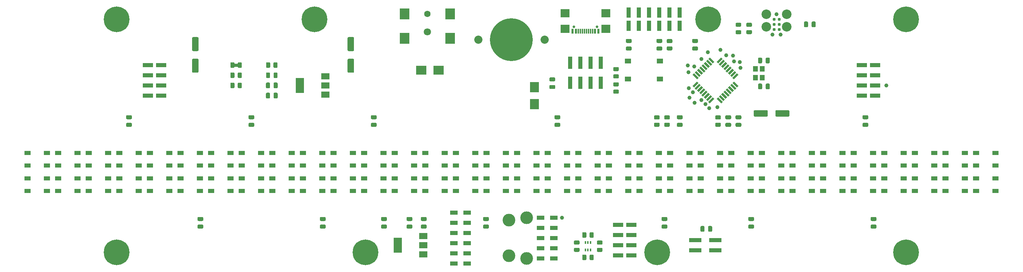
<source format=gts>
%TF.GenerationSoftware,KiCad,Pcbnew,5.1.8-db9833491~88~ubuntu20.04.1*%
%TF.CreationDate,2020-12-25T16:42:28+05:30*%
%TF.ProjectId,halo,68616c6f-2e6b-4696-9361-645f70636258,v1*%
%TF.SameCoordinates,Original*%
%TF.FileFunction,Soldermask,Top*%
%TF.FilePolarity,Negative*%
%FSLAX46Y46*%
G04 Gerber Fmt 4.6, Leading zero omitted, Abs format (unit mm)*
G04 Created by KiCad (PCBNEW 5.1.8-db9833491~88~ubuntu20.04.1) date 2020-12-25 16:42:28*
%MOMM*%
%LPD*%
G01*
G04 APERTURE LIST*
%ADD10C,2.032000*%
%ADD11C,10.668000*%
%ADD12C,6.400000*%
%ADD13C,0.800000*%
%ADD14R,2.400000X2.800000*%
%ADD15C,1.600000*%
%ADD16C,1.800000*%
%ADD17R,1.905000X1.016000*%
%ADD18C,3.175000*%
%ADD19C,0.650000*%
%ADD20R,2.180000X2.000000*%
%ADD21R,0.300000X1.150000*%
%ADD22R,0.600000X1.150000*%
%ADD23R,2.000000X3.800000*%
%ADD24R,2.000000X1.500000*%
%ADD25R,1.500000X1.000000*%
%ADD26R,2.300000X2.500000*%
%ADD27C,1.000000*%
%ADD28R,2.540000X1.016000*%
%ADD29R,1.016000X2.540000*%
%ADD30C,0.100000*%
%ADD31R,1.200000X1.400000*%
%ADD32R,3.150000X1.000000*%
%ADD33R,2.500000X2.300000*%
%ADD34C,2.374900*%
%ADD35C,0.990600*%
%ADD36C,0.787400*%
%ADD37R,1.000000X3.150000*%
%ADD38R,1.550000X1.300000*%
%ADD39R,0.420000X0.650000*%
%ADD40C,0.254000*%
G04 APERTURE END LIST*
D10*
%TO.C,J1*%
X147955000Y-68580000D03*
X131445000Y-68580000D03*
D11*
X139700000Y-68580000D03*
%TD*%
%TO.C,C29*%
G36*
G01*
X114775000Y-113850000D02*
X113825000Y-113850000D01*
G75*
G02*
X113575000Y-113600000I0J250000D01*
G01*
X113575000Y-113100000D01*
G75*
G02*
X113825000Y-112850000I250000J0D01*
G01*
X114775000Y-112850000D01*
G75*
G02*
X115025000Y-113100000I0J-250000D01*
G01*
X115025000Y-113600000D01*
G75*
G02*
X114775000Y-113850000I-250000J0D01*
G01*
G37*
G36*
G01*
X114775000Y-115750000D02*
X113825000Y-115750000D01*
G75*
G02*
X113575000Y-115500000I0J250000D01*
G01*
X113575000Y-115000000D01*
G75*
G02*
X113825000Y-114750000I250000J0D01*
G01*
X114775000Y-114750000D01*
G75*
G02*
X115025000Y-115000000I0J-250000D01*
G01*
X115025000Y-115500000D01*
G75*
G02*
X114775000Y-115750000I-250000J0D01*
G01*
G37*
%TD*%
D12*
%TO.C,SC4*%
X237998000Y-63500000D03*
D13*
X240398000Y-63500000D03*
X239695056Y-65197056D03*
X237998000Y-65900000D03*
X236300944Y-65197056D03*
X235598000Y-63500000D03*
X236300944Y-61802944D03*
X237998000Y-61100000D03*
X239695056Y-61802944D03*
%TD*%
%TO.C,C17*%
G36*
G01*
X150335000Y-79001200D02*
X149385000Y-79001200D01*
G75*
G02*
X149135000Y-78751200I0J250000D01*
G01*
X149135000Y-78251200D01*
G75*
G02*
X149385000Y-78001200I250000J0D01*
G01*
X150335000Y-78001200D01*
G75*
G02*
X150585000Y-78251200I0J-250000D01*
G01*
X150585000Y-78751200D01*
G75*
G02*
X150335000Y-79001200I-250000J0D01*
G01*
G37*
G36*
G01*
X150335000Y-80901200D02*
X149385000Y-80901200D01*
G75*
G02*
X149135000Y-80651200I0J250000D01*
G01*
X149135000Y-80151200D01*
G75*
G02*
X149385000Y-79901200I250000J0D01*
G01*
X150335000Y-79901200D01*
G75*
G02*
X150585000Y-80151200I0J-250000D01*
G01*
X150585000Y-80651200D01*
G75*
G02*
X150335000Y-80901200I-250000J0D01*
G01*
G37*
%TD*%
D14*
%TO.C,J3*%
X124445000Y-68250000D03*
X124445000Y-62150000D03*
X113045000Y-62150000D03*
X113045000Y-68250000D03*
D15*
X118745000Y-62150000D03*
D16*
X118745000Y-66650000D03*
%TD*%
D17*
%TO.C,P7*%
X150241000Y-113030000D03*
X146939000Y-115570000D03*
X150241000Y-118110000D03*
X146939000Y-120650000D03*
X150241000Y-123190000D03*
X146939000Y-123190000D03*
X150241000Y-120650000D03*
X146939000Y-118110000D03*
X150241000Y-115570000D03*
X146939000Y-113030000D03*
D18*
X139065000Y-122555000D03*
X139065000Y-113665000D03*
%TD*%
D17*
%TO.C,P5*%
X128651000Y-124460000D03*
X125349000Y-121920000D03*
X128651000Y-119380000D03*
X125349000Y-116840000D03*
X128651000Y-114300000D03*
X125349000Y-111760000D03*
X128651000Y-111760000D03*
X125349000Y-114300000D03*
X128651000Y-116840000D03*
X125349000Y-119380000D03*
X128651000Y-121920000D03*
X125349000Y-124460000D03*
D18*
X143510000Y-113030000D03*
X143510000Y-123190000D03*
%TD*%
D19*
%TO.C,J2*%
X155225000Y-65405000D03*
X161005000Y-65405000D03*
D20*
X153005000Y-61975000D03*
X163225000Y-61975000D03*
X153005000Y-65905000D03*
X163225000Y-65905000D03*
D21*
X157865000Y-66480000D03*
X158365000Y-66480000D03*
X157365000Y-66480000D03*
X158865000Y-66480000D03*
X156865000Y-66480000D03*
X159365000Y-66480000D03*
X156365000Y-66480000D03*
X159865000Y-66480000D03*
D22*
X154915000Y-66480000D03*
X155715000Y-66480000D03*
X160515000Y-66480000D03*
X161315000Y-66480000D03*
%TD*%
%TO.C,C20*%
G36*
G01*
X176055000Y-70300000D02*
X177005000Y-70300000D01*
G75*
G02*
X177255000Y-70550000I0J-250000D01*
G01*
X177255000Y-71050000D01*
G75*
G02*
X177005000Y-71300000I-250000J0D01*
G01*
X176055000Y-71300000D01*
G75*
G02*
X175805000Y-71050000I0J250000D01*
G01*
X175805000Y-70550000D01*
G75*
G02*
X176055000Y-70300000I250000J0D01*
G01*
G37*
G36*
G01*
X176055000Y-68400000D02*
X177005000Y-68400000D01*
G75*
G02*
X177255000Y-68650000I0J-250000D01*
G01*
X177255000Y-69150000D01*
G75*
G02*
X177005000Y-69400000I-250000J0D01*
G01*
X176055000Y-69400000D01*
G75*
G02*
X175805000Y-69150000I0J250000D01*
G01*
X175805000Y-68650000D01*
G75*
G02*
X176055000Y-68400000I250000J0D01*
G01*
G37*
%TD*%
D23*
%TO.C,U2*%
X87020000Y-80010000D03*
D24*
X93320000Y-80010000D03*
X93320000Y-77710000D03*
X93320000Y-82310000D03*
%TD*%
%TO.C,R8*%
G36*
G01*
X199332002Y-65386000D02*
X198431998Y-65386000D01*
G75*
G02*
X198182000Y-65136002I0J249998D01*
G01*
X198182000Y-64610998D01*
G75*
G02*
X198431998Y-64361000I249998J0D01*
G01*
X199332002Y-64361000D01*
G75*
G02*
X199582000Y-64610998I0J-249998D01*
G01*
X199582000Y-65136002D01*
G75*
G02*
X199332002Y-65386000I-249998J0D01*
G01*
G37*
G36*
G01*
X199332002Y-67211000D02*
X198431998Y-67211000D01*
G75*
G02*
X198182000Y-66961002I0J249998D01*
G01*
X198182000Y-66435998D01*
G75*
G02*
X198431998Y-66186000I249998J0D01*
G01*
X199332002Y-66186000D01*
G75*
G02*
X199582000Y-66435998I0J-249998D01*
G01*
X199582000Y-66961002D01*
G75*
G02*
X199332002Y-67211000I-249998J0D01*
G01*
G37*
%TD*%
D25*
%TO.C,D2*%
X24040000Y-106375000D03*
X24040000Y-103175000D03*
X19140000Y-106375000D03*
X19140000Y-103175000D03*
%TD*%
D26*
%TO.C,D33*%
X145415000Y-80400000D03*
X145415000Y-84700000D03*
%TD*%
%TO.C,C11*%
G36*
G01*
X43975000Y-89350000D02*
X44925000Y-89350000D01*
G75*
G02*
X45175000Y-89600000I0J-250000D01*
G01*
X45175000Y-90100000D01*
G75*
G02*
X44925000Y-90350000I-250000J0D01*
G01*
X43975000Y-90350000D01*
G75*
G02*
X43725000Y-90100000I0J250000D01*
G01*
X43725000Y-89600000D01*
G75*
G02*
X43975000Y-89350000I250000J0D01*
G01*
G37*
G36*
G01*
X43975000Y-87450000D02*
X44925000Y-87450000D01*
G75*
G02*
X45175000Y-87700000I0J-250000D01*
G01*
X45175000Y-88200000D01*
G75*
G02*
X44925000Y-88450000I-250000J0D01*
G01*
X43975000Y-88450000D01*
G75*
G02*
X43725000Y-88200000I0J250000D01*
G01*
X43725000Y-87700000D01*
G75*
G02*
X43975000Y-87450000I250000J0D01*
G01*
G37*
%TD*%
%TO.C,C18*%
G36*
G01*
X133825000Y-113850000D02*
X132875000Y-113850000D01*
G75*
G02*
X132625000Y-113600000I0J250000D01*
G01*
X132625000Y-113100000D01*
G75*
G02*
X132875000Y-112850000I250000J0D01*
G01*
X133825000Y-112850000D01*
G75*
G02*
X134075000Y-113100000I0J-250000D01*
G01*
X134075000Y-113600000D01*
G75*
G02*
X133825000Y-113850000I-250000J0D01*
G01*
G37*
G36*
G01*
X133825000Y-115750000D02*
X132875000Y-115750000D01*
G75*
G02*
X132625000Y-115500000I0J250000D01*
G01*
X132625000Y-115000000D01*
G75*
G02*
X132875000Y-114750000I250000J0D01*
G01*
X133825000Y-114750000D01*
G75*
G02*
X134075000Y-115000000I0J-250000D01*
G01*
X134075000Y-115500000D01*
G75*
G02*
X133825000Y-115750000I-250000J0D01*
G01*
G37*
%TD*%
%TO.C,C10*%
G36*
G01*
X213545000Y-64295000D02*
X213545000Y-65245000D01*
G75*
G02*
X213295000Y-65495000I-250000J0D01*
G01*
X212795000Y-65495000D01*
G75*
G02*
X212545000Y-65245000I0J250000D01*
G01*
X212545000Y-64295000D01*
G75*
G02*
X212795000Y-64045000I250000J0D01*
G01*
X213295000Y-64045000D01*
G75*
G02*
X213545000Y-64295000I0J-250000D01*
G01*
G37*
G36*
G01*
X215445000Y-64295000D02*
X215445000Y-65245000D01*
G75*
G02*
X215195000Y-65495000I-250000J0D01*
G01*
X214695000Y-65495000D01*
G75*
G02*
X214445000Y-65245000I0J250000D01*
G01*
X214445000Y-64295000D01*
G75*
G02*
X214695000Y-64045000I250000J0D01*
G01*
X215195000Y-64045000D01*
G75*
G02*
X215445000Y-64295000I0J-250000D01*
G01*
G37*
%TD*%
%TO.C,C6*%
G36*
G01*
X202115000Y-73312000D02*
X202115000Y-74262000D01*
G75*
G02*
X201865000Y-74512000I-250000J0D01*
G01*
X201365000Y-74512000D01*
G75*
G02*
X201115000Y-74262000I0J250000D01*
G01*
X201115000Y-73312000D01*
G75*
G02*
X201365000Y-73062000I250000J0D01*
G01*
X201865000Y-73062000D01*
G75*
G02*
X202115000Y-73312000I0J-250000D01*
G01*
G37*
G36*
G01*
X204015000Y-73312000D02*
X204015000Y-74262000D01*
G75*
G02*
X203765000Y-74512000I-250000J0D01*
G01*
X203265000Y-74512000D01*
G75*
G02*
X203015000Y-74262000I0J250000D01*
G01*
X203015000Y-73312000D01*
G75*
G02*
X203265000Y-73062000I250000J0D01*
G01*
X203765000Y-73062000D01*
G75*
G02*
X204015000Y-73312000I0J-250000D01*
G01*
G37*
%TD*%
%TO.C,C9*%
G36*
G01*
X168435000Y-70300000D02*
X169385000Y-70300000D01*
G75*
G02*
X169635000Y-70550000I0J-250000D01*
G01*
X169635000Y-71050000D01*
G75*
G02*
X169385000Y-71300000I-250000J0D01*
G01*
X168435000Y-71300000D01*
G75*
G02*
X168185000Y-71050000I0J250000D01*
G01*
X168185000Y-70550000D01*
G75*
G02*
X168435000Y-70300000I250000J0D01*
G01*
G37*
G36*
G01*
X168435000Y-68400000D02*
X169385000Y-68400000D01*
G75*
G02*
X169635000Y-68650000I0J-250000D01*
G01*
X169635000Y-69150000D01*
G75*
G02*
X169385000Y-69400000I-250000J0D01*
G01*
X168435000Y-69400000D01*
G75*
G02*
X168185000Y-69150000I0J250000D01*
G01*
X168185000Y-68650000D01*
G75*
G02*
X168435000Y-68400000I250000J0D01*
G01*
G37*
%TD*%
%TO.C,R1*%
G36*
G01*
X178619998Y-70250000D02*
X179520002Y-70250000D01*
G75*
G02*
X179770000Y-70499998I0J-249998D01*
G01*
X179770000Y-71025002D01*
G75*
G02*
X179520002Y-71275000I-249998J0D01*
G01*
X178619998Y-71275000D01*
G75*
G02*
X178370000Y-71025002I0J249998D01*
G01*
X178370000Y-70499998D01*
G75*
G02*
X178619998Y-70250000I249998J0D01*
G01*
G37*
G36*
G01*
X178619998Y-68425000D02*
X179520002Y-68425000D01*
G75*
G02*
X179770000Y-68674998I0J-249998D01*
G01*
X179770000Y-69200002D01*
G75*
G02*
X179520002Y-69450000I-249998J0D01*
G01*
X178619998Y-69450000D01*
G75*
G02*
X178370000Y-69200002I0J249998D01*
G01*
X178370000Y-68674998D01*
G75*
G02*
X178619998Y-68425000I249998J0D01*
G01*
G37*
%TD*%
D27*
%TO.C,B1*%
X184034216Y-83050523D03*
%TD*%
%TO.C,B2*%
X185291451Y-84307759D03*
%TD*%
%TO.C,B3*%
X183585203Y-75058095D03*
%TD*%
%TO.C,B4*%
X183764808Y-76674541D03*
%TD*%
%TO.C,B5*%
X183854610Y-80715656D03*
%TD*%
%TO.C,B6*%
X184842439Y-81703485D03*
%TD*%
%TO.C,B7*%
X186997700Y-73441649D03*
%TD*%
%TO.C,B8*%
X185201649Y-75237700D03*
%TD*%
%TO.C,B9*%
X186997700Y-83679141D03*
%TD*%
%TO.C,B10*%
X187985528Y-84666969D03*
%TD*%
%TO.C,B11*%
X188973356Y-85654797D03*
%TD*%
%TO.C,B12*%
X190949013Y-85475192D03*
%TD*%
%TO.C,B13*%
X196696377Y-75596910D03*
%TD*%
%TO.C,B14*%
X196516772Y-74160069D03*
%TD*%
%TO.C,B15*%
X195079931Y-73980464D03*
%TD*%
%TO.C,B16*%
X194900325Y-72543623D03*
%TD*%
%TO.C,B17*%
X193194077Y-72453821D03*
%TD*%
%TO.C,B18*%
X191770000Y-71120000D03*
%TD*%
%TO.C,B19*%
X188595000Y-71755000D03*
%TD*%
%TO.C,C2*%
G36*
G01*
X185895000Y-69400000D02*
X184945000Y-69400000D01*
G75*
G02*
X184695000Y-69150000I0J250000D01*
G01*
X184695000Y-68650000D01*
G75*
G02*
X184945000Y-68400000I250000J0D01*
G01*
X185895000Y-68400000D01*
G75*
G02*
X186145000Y-68650000I0J-250000D01*
G01*
X186145000Y-69150000D01*
G75*
G02*
X185895000Y-69400000I-250000J0D01*
G01*
G37*
G36*
G01*
X185895000Y-71300000D02*
X184945000Y-71300000D01*
G75*
G02*
X184695000Y-71050000I0J250000D01*
G01*
X184695000Y-70550000D01*
G75*
G02*
X184945000Y-70300000I250000J0D01*
G01*
X185895000Y-70300000D01*
G75*
G02*
X186145000Y-70550000I0J-250000D01*
G01*
X186145000Y-71050000D01*
G75*
G02*
X185895000Y-71300000I-250000J0D01*
G01*
G37*
%TD*%
%TO.C,C3*%
G36*
G01*
X195740000Y-89350000D02*
X196690000Y-89350000D01*
G75*
G02*
X196940000Y-89600000I0J-250000D01*
G01*
X196940000Y-90100000D01*
G75*
G02*
X196690000Y-90350000I-250000J0D01*
G01*
X195740000Y-90350000D01*
G75*
G02*
X195490000Y-90100000I0J250000D01*
G01*
X195490000Y-89600000D01*
G75*
G02*
X195740000Y-89350000I250000J0D01*
G01*
G37*
G36*
G01*
X195740000Y-87450000D02*
X196690000Y-87450000D01*
G75*
G02*
X196940000Y-87700000I0J-250000D01*
G01*
X196940000Y-88200000D01*
G75*
G02*
X196690000Y-88450000I-250000J0D01*
G01*
X195740000Y-88450000D01*
G75*
G02*
X195490000Y-88200000I0J250000D01*
G01*
X195490000Y-87700000D01*
G75*
G02*
X195740000Y-87450000I250000J0D01*
G01*
G37*
%TD*%
%TO.C,C4*%
G36*
G01*
X193200000Y-89350000D02*
X194150000Y-89350000D01*
G75*
G02*
X194400000Y-89600000I0J-250000D01*
G01*
X194400000Y-90100000D01*
G75*
G02*
X194150000Y-90350000I-250000J0D01*
G01*
X193200000Y-90350000D01*
G75*
G02*
X192950000Y-90100000I0J250000D01*
G01*
X192950000Y-89600000D01*
G75*
G02*
X193200000Y-89350000I250000J0D01*
G01*
G37*
G36*
G01*
X193200000Y-87450000D02*
X194150000Y-87450000D01*
G75*
G02*
X194400000Y-87700000I0J-250000D01*
G01*
X194400000Y-88200000D01*
G75*
G02*
X194150000Y-88450000I-250000J0D01*
G01*
X193200000Y-88450000D01*
G75*
G02*
X192950000Y-88200000I0J250000D01*
G01*
X192950000Y-87700000D01*
G75*
G02*
X193200000Y-87450000I250000J0D01*
G01*
G37*
%TD*%
%TO.C,C5*%
G36*
G01*
X203015000Y-80739000D02*
X203015000Y-79789000D01*
G75*
G02*
X203265000Y-79539000I250000J0D01*
G01*
X203765000Y-79539000D01*
G75*
G02*
X204015000Y-79789000I0J-250000D01*
G01*
X204015000Y-80739000D01*
G75*
G02*
X203765000Y-80989000I-250000J0D01*
G01*
X203265000Y-80989000D01*
G75*
G02*
X203015000Y-80739000I0J250000D01*
G01*
G37*
G36*
G01*
X201115000Y-80739000D02*
X201115000Y-79789000D01*
G75*
G02*
X201365000Y-79539000I250000J0D01*
G01*
X201865000Y-79539000D01*
G75*
G02*
X202115000Y-79789000I0J-250000D01*
G01*
X202115000Y-80739000D01*
G75*
G02*
X201865000Y-80989000I-250000J0D01*
G01*
X201365000Y-80989000D01*
G75*
G02*
X201115000Y-80739000I0J250000D01*
G01*
G37*
%TD*%
%TO.C,C8*%
G36*
G01*
X79560000Y-79535000D02*
X79560000Y-80485000D01*
G75*
G02*
X79310000Y-80735000I-250000J0D01*
G01*
X78810000Y-80735000D01*
G75*
G02*
X78560000Y-80485000I0J250000D01*
G01*
X78560000Y-79535000D01*
G75*
G02*
X78810000Y-79285000I250000J0D01*
G01*
X79310000Y-79285000D01*
G75*
G02*
X79560000Y-79535000I0J-250000D01*
G01*
G37*
G36*
G01*
X81460000Y-79535000D02*
X81460000Y-80485000D01*
G75*
G02*
X81210000Y-80735000I-250000J0D01*
G01*
X80710000Y-80735000D01*
G75*
G02*
X80460000Y-80485000I0J250000D01*
G01*
X80460000Y-79535000D01*
G75*
G02*
X80710000Y-79285000I250000J0D01*
G01*
X81210000Y-79285000D01*
G75*
G02*
X81460000Y-79535000I0J-250000D01*
G01*
G37*
%TD*%
D25*
%TO.C,D3*%
X31660000Y-106375000D03*
X31660000Y-103175000D03*
X26760000Y-106375000D03*
X26760000Y-103175000D03*
%TD*%
%TO.C,D4*%
X31660000Y-100025000D03*
X31660000Y-96825000D03*
X26760000Y-100025000D03*
X26760000Y-96825000D03*
%TD*%
%TO.C,D10*%
X49620000Y-103175000D03*
X49620000Y-106375000D03*
X54520000Y-103175000D03*
X54520000Y-106375000D03*
%TD*%
%TO.C,D11*%
X62140000Y-106375000D03*
X62140000Y-103175000D03*
X57240000Y-106375000D03*
X57240000Y-103175000D03*
%TD*%
%TO.C,D17*%
X80100000Y-96825000D03*
X80100000Y-100025000D03*
X85000000Y-96825000D03*
X85000000Y-100025000D03*
%TD*%
%TO.C,D18*%
X80100000Y-103175000D03*
X80100000Y-106375000D03*
X85000000Y-103175000D03*
X85000000Y-106375000D03*
%TD*%
%TO.C,D19*%
X92620000Y-106375000D03*
X92620000Y-103175000D03*
X87720000Y-106375000D03*
X87720000Y-103175000D03*
%TD*%
%TO.C,D20*%
X92620000Y-100025000D03*
X92620000Y-96825000D03*
X87720000Y-100025000D03*
X87720000Y-96825000D03*
%TD*%
%TO.C,D21*%
X95340000Y-96825000D03*
X95340000Y-100025000D03*
X100240000Y-96825000D03*
X100240000Y-100025000D03*
%TD*%
%TO.C,D22*%
X95340000Y-103175000D03*
X95340000Y-106375000D03*
X100240000Y-103175000D03*
X100240000Y-106375000D03*
%TD*%
%TO.C,D23*%
X107860000Y-106375000D03*
X107860000Y-103175000D03*
X102960000Y-106375000D03*
X102960000Y-103175000D03*
%TD*%
%TO.C,D28*%
X123100000Y-100025000D03*
X123100000Y-96825000D03*
X118200000Y-100025000D03*
X118200000Y-96825000D03*
%TD*%
%TO.C,D29*%
X125820000Y-96825000D03*
X125820000Y-100025000D03*
X130720000Y-96825000D03*
X130720000Y-100025000D03*
%TD*%
%TO.C,D30*%
X125820000Y-103175000D03*
X125820000Y-106375000D03*
X130720000Y-103175000D03*
X130720000Y-106375000D03*
%TD*%
%TO.C,D35*%
G36*
G01*
X81435000Y-77013750D02*
X81435000Y-77926250D01*
G75*
G02*
X81191250Y-78170000I-243750J0D01*
G01*
X80703750Y-78170000D01*
G75*
G02*
X80460000Y-77926250I0J243750D01*
G01*
X80460000Y-77013750D01*
G75*
G02*
X80703750Y-76770000I243750J0D01*
G01*
X81191250Y-76770000D01*
G75*
G02*
X81435000Y-77013750I0J-243750D01*
G01*
G37*
G36*
G01*
X79560000Y-77013750D02*
X79560000Y-77926250D01*
G75*
G02*
X79316250Y-78170000I-243750J0D01*
G01*
X78828750Y-78170000D01*
G75*
G02*
X78585000Y-77926250I0J243750D01*
G01*
X78585000Y-77013750D01*
G75*
G02*
X78828750Y-76770000I243750J0D01*
G01*
X79316250Y-76770000D01*
G75*
G02*
X79560000Y-77013750I0J-243750D01*
G01*
G37*
%TD*%
%TO.C,D36*%
G36*
G01*
X196671250Y-67211000D02*
X195758750Y-67211000D01*
G75*
G02*
X195515000Y-66967250I0J243750D01*
G01*
X195515000Y-66479750D01*
G75*
G02*
X195758750Y-66236000I243750J0D01*
G01*
X196671250Y-66236000D01*
G75*
G02*
X196915000Y-66479750I0J-243750D01*
G01*
X196915000Y-66967250D01*
G75*
G02*
X196671250Y-67211000I-243750J0D01*
G01*
G37*
G36*
G01*
X196671250Y-65336000D02*
X195758750Y-65336000D01*
G75*
G02*
X195515000Y-65092250I0J243750D01*
G01*
X195515000Y-64604750D01*
G75*
G02*
X195758750Y-64361000I243750J0D01*
G01*
X196671250Y-64361000D01*
G75*
G02*
X196915000Y-64604750I0J-243750D01*
G01*
X196915000Y-65092250D01*
G75*
G02*
X196671250Y-65336000I-243750J0D01*
G01*
G37*
%TD*%
D28*
%TO.C,P1*%
X49149000Y-82550000D03*
X52451000Y-80010000D03*
X49149000Y-77470000D03*
X52451000Y-74930000D03*
X52451000Y-82550000D03*
X52451000Y-77470000D03*
X49149000Y-80010000D03*
X49149000Y-74930000D03*
%TD*%
D29*
%TO.C,P2*%
X168910000Y-61849000D03*
X171450000Y-65151000D03*
X173990000Y-61849000D03*
X176530000Y-65151000D03*
X179070000Y-61849000D03*
X181610000Y-65151000D03*
X181610000Y-61849000D03*
X176530000Y-61849000D03*
X171450000Y-61849000D03*
X179070000Y-65151000D03*
X173990000Y-65151000D03*
X168910000Y-65151000D03*
%TD*%
%TO.C,R2*%
G36*
G01*
X176345002Y-88500000D02*
X175444998Y-88500000D01*
G75*
G02*
X175195000Y-88250002I0J249998D01*
G01*
X175195000Y-87724998D01*
G75*
G02*
X175444998Y-87475000I249998J0D01*
G01*
X176345002Y-87475000D01*
G75*
G02*
X176595000Y-87724998I0J-249998D01*
G01*
X176595000Y-88250002D01*
G75*
G02*
X176345002Y-88500000I-249998J0D01*
G01*
G37*
G36*
G01*
X176345002Y-90325000D02*
X175444998Y-90325000D01*
G75*
G02*
X175195000Y-90075002I0J249998D01*
G01*
X175195000Y-89549998D01*
G75*
G02*
X175444998Y-89300000I249998J0D01*
G01*
X176345002Y-89300000D01*
G75*
G02*
X176595000Y-89549998I0J-249998D01*
G01*
X176595000Y-90075002D01*
G75*
G02*
X176345002Y-90325000I-249998J0D01*
G01*
G37*
%TD*%
%TO.C,R3*%
G36*
G01*
X178885002Y-88500000D02*
X177984998Y-88500000D01*
G75*
G02*
X177735000Y-88250002I0J249998D01*
G01*
X177735000Y-87724998D01*
G75*
G02*
X177984998Y-87475000I249998J0D01*
G01*
X178885002Y-87475000D01*
G75*
G02*
X179135000Y-87724998I0J-249998D01*
G01*
X179135000Y-88250002D01*
G75*
G02*
X178885002Y-88500000I-249998J0D01*
G01*
G37*
G36*
G01*
X178885002Y-90325000D02*
X177984998Y-90325000D01*
G75*
G02*
X177735000Y-90075002I0J249998D01*
G01*
X177735000Y-89549998D01*
G75*
G02*
X177984998Y-89300000I249998J0D01*
G01*
X178885002Y-89300000D01*
G75*
G02*
X179135000Y-89549998I0J-249998D01*
G01*
X179135000Y-90075002D01*
G75*
G02*
X178885002Y-90325000I-249998J0D01*
G01*
G37*
%TD*%
%TO.C,R4*%
G36*
G01*
X191585002Y-88500000D02*
X190684998Y-88500000D01*
G75*
G02*
X190435000Y-88250002I0J249998D01*
G01*
X190435000Y-87724998D01*
G75*
G02*
X190684998Y-87475000I249998J0D01*
G01*
X191585002Y-87475000D01*
G75*
G02*
X191835000Y-87724998I0J-249998D01*
G01*
X191835000Y-88250002D01*
G75*
G02*
X191585002Y-88500000I-249998J0D01*
G01*
G37*
G36*
G01*
X191585002Y-90325000D02*
X190684998Y-90325000D01*
G75*
G02*
X190435000Y-90075002I0J249998D01*
G01*
X190435000Y-89549998D01*
G75*
G02*
X190684998Y-89300000I249998J0D01*
G01*
X191585002Y-89300000D01*
G75*
G02*
X191835000Y-89549998I0J-249998D01*
G01*
X191835000Y-90075002D01*
G75*
G02*
X191585002Y-90325000I-249998J0D01*
G01*
G37*
%TD*%
%TO.C,R5*%
G36*
G01*
X166185002Y-80245000D02*
X165284998Y-80245000D01*
G75*
G02*
X165035000Y-79995002I0J249998D01*
G01*
X165035000Y-79469998D01*
G75*
G02*
X165284998Y-79220000I249998J0D01*
G01*
X166185002Y-79220000D01*
G75*
G02*
X166435000Y-79469998I0J-249998D01*
G01*
X166435000Y-79995002D01*
G75*
G02*
X166185002Y-80245000I-249998J0D01*
G01*
G37*
G36*
G01*
X166185002Y-82070000D02*
X165284998Y-82070000D01*
G75*
G02*
X165035000Y-81820002I0J249998D01*
G01*
X165035000Y-81294998D01*
G75*
G02*
X165284998Y-81045000I249998J0D01*
G01*
X166185002Y-81045000D01*
G75*
G02*
X166435000Y-81294998I0J-249998D01*
G01*
X166435000Y-81820002D01*
G75*
G02*
X166185002Y-82070000I-249998J0D01*
G01*
G37*
%TD*%
%TO.C,R6*%
G36*
G01*
X165284998Y-77235000D02*
X166185002Y-77235000D01*
G75*
G02*
X166435000Y-77484998I0J-249998D01*
G01*
X166435000Y-78010002D01*
G75*
G02*
X166185002Y-78260000I-249998J0D01*
G01*
X165284998Y-78260000D01*
G75*
G02*
X165035000Y-78010002I0J249998D01*
G01*
X165035000Y-77484998D01*
G75*
G02*
X165284998Y-77235000I249998J0D01*
G01*
G37*
G36*
G01*
X165284998Y-75410000D02*
X166185002Y-75410000D01*
G75*
G02*
X166435000Y-75659998I0J-249998D01*
G01*
X166435000Y-76185002D01*
G75*
G02*
X166185002Y-76435000I-249998J0D01*
G01*
X165284998Y-76435000D01*
G75*
G02*
X165035000Y-76185002I0J249998D01*
G01*
X165035000Y-75659998D01*
G75*
G02*
X165284998Y-75410000I249998J0D01*
G01*
G37*
%TD*%
%TO.C,R7*%
G36*
G01*
X79610000Y-74479998D02*
X79610000Y-75380002D01*
G75*
G02*
X79360002Y-75630000I-249998J0D01*
G01*
X78834998Y-75630000D01*
G75*
G02*
X78585000Y-75380002I0J249998D01*
G01*
X78585000Y-74479998D01*
G75*
G02*
X78834998Y-74230000I249998J0D01*
G01*
X79360002Y-74230000D01*
G75*
G02*
X79610000Y-74479998I0J-249998D01*
G01*
G37*
G36*
G01*
X81435000Y-74479998D02*
X81435000Y-75380002D01*
G75*
G02*
X81185002Y-75630000I-249998J0D01*
G01*
X80659998Y-75630000D01*
G75*
G02*
X80410000Y-75380002I0J249998D01*
G01*
X80410000Y-74479998D01*
G75*
G02*
X80659998Y-74230000I249998J0D01*
G01*
X81185002Y-74230000D01*
G75*
G02*
X81435000Y-74479998I0J-249998D01*
G01*
G37*
%TD*%
D12*
%TO.C,SC2*%
X90678000Y-63500000D03*
D13*
X93078000Y-63500000D03*
X92375056Y-65197056D03*
X90678000Y-65900000D03*
X88980944Y-65197056D03*
X88278000Y-63500000D03*
X88980944Y-61802944D03*
X90678000Y-61100000D03*
X92375056Y-61802944D03*
%TD*%
D12*
%TO.C,SC3*%
X188722000Y-63500000D03*
D13*
X191122000Y-63500000D03*
X190419056Y-65197056D03*
X188722000Y-65900000D03*
X187024944Y-65197056D03*
X186322000Y-63500000D03*
X187024944Y-61802944D03*
X188722000Y-61100000D03*
X190419056Y-61802944D03*
%TD*%
D12*
%TO.C,SC5*%
X237998000Y-121666000D03*
D13*
X240398000Y-121666000D03*
X239695056Y-123363056D03*
X237998000Y-124066000D03*
X236300944Y-123363056D03*
X235598000Y-121666000D03*
X236300944Y-119968944D03*
X237998000Y-119266000D03*
X239695056Y-119968944D03*
%TD*%
D12*
%TO.C,SC6*%
X176022000Y-121666000D03*
D13*
X178422000Y-121666000D03*
X177719056Y-123363056D03*
X176022000Y-124066000D03*
X174324944Y-123363056D03*
X173622000Y-121666000D03*
X174324944Y-119968944D03*
X176022000Y-119266000D03*
X177719056Y-119968944D03*
%TD*%
D12*
%TO.C,SC7*%
X103378000Y-121666000D03*
D13*
X105778000Y-121666000D03*
X105075056Y-123363056D03*
X103378000Y-124066000D03*
X101680944Y-123363056D03*
X100978000Y-121666000D03*
X101680944Y-119968944D03*
X103378000Y-119266000D03*
X105075056Y-119968944D03*
%TD*%
D12*
%TO.C,SC8*%
X41402000Y-121666000D03*
D13*
X43802000Y-121666000D03*
X43099056Y-123363056D03*
X41402000Y-124066000D03*
X39704944Y-123363056D03*
X39002000Y-121666000D03*
X39704944Y-119968944D03*
X41402000Y-119266000D03*
X43099056Y-119968944D03*
%TD*%
D30*
%TO.C,U1*%
G36*
X192285445Y-84096334D02*
G01*
X191896536Y-84485243D01*
X190765165Y-83353872D01*
X191154074Y-82964963D01*
X192285445Y-84096334D01*
G37*
G36*
X192851130Y-83530648D02*
G01*
X192462221Y-83919557D01*
X191330850Y-82788186D01*
X191719759Y-82399277D01*
X192851130Y-83530648D01*
G37*
G36*
X193416816Y-82964963D02*
G01*
X193027907Y-83353872D01*
X191896536Y-82222501D01*
X192285445Y-81833592D01*
X193416816Y-82964963D01*
G37*
G36*
X193982501Y-82399278D02*
G01*
X193593592Y-82788187D01*
X192462221Y-81656816D01*
X192851130Y-81267907D01*
X193982501Y-82399278D01*
G37*
G36*
X194548187Y-81833592D02*
G01*
X194159278Y-82222501D01*
X193027907Y-81091130D01*
X193416816Y-80702221D01*
X194548187Y-81833592D01*
G37*
G36*
X195113872Y-81267907D02*
G01*
X194724963Y-81656816D01*
X193593592Y-80525445D01*
X193982501Y-80136536D01*
X195113872Y-81267907D01*
G37*
G36*
X195679557Y-80702221D02*
G01*
X195290648Y-81091130D01*
X194159277Y-79959759D01*
X194548186Y-79570850D01*
X195679557Y-80702221D01*
G37*
G36*
X196245243Y-80136536D02*
G01*
X195856334Y-80525445D01*
X194724963Y-79394074D01*
X195113872Y-79005165D01*
X196245243Y-80136536D01*
G37*
G36*
X195856334Y-76954555D02*
G01*
X196245243Y-77343464D01*
X195113872Y-78474835D01*
X194724963Y-78085926D01*
X195856334Y-76954555D01*
G37*
G36*
X195290648Y-76388870D02*
G01*
X195679557Y-76777779D01*
X194548186Y-77909150D01*
X194159277Y-77520241D01*
X195290648Y-76388870D01*
G37*
G36*
X194724963Y-75823184D02*
G01*
X195113872Y-76212093D01*
X193982501Y-77343464D01*
X193593592Y-76954555D01*
X194724963Y-75823184D01*
G37*
G36*
X194159278Y-75257499D02*
G01*
X194548187Y-75646408D01*
X193416816Y-76777779D01*
X193027907Y-76388870D01*
X194159278Y-75257499D01*
G37*
G36*
X193593592Y-74691813D02*
G01*
X193982501Y-75080722D01*
X192851130Y-76212093D01*
X192462221Y-75823184D01*
X193593592Y-74691813D01*
G37*
G36*
X193027907Y-74126128D02*
G01*
X193416816Y-74515037D01*
X192285445Y-75646408D01*
X191896536Y-75257499D01*
X193027907Y-74126128D01*
G37*
G36*
X192462221Y-73560443D02*
G01*
X192851130Y-73949352D01*
X191719759Y-75080723D01*
X191330850Y-74691814D01*
X192462221Y-73560443D01*
G37*
G36*
X191896536Y-72994757D02*
G01*
X192285445Y-73383666D01*
X191154074Y-74515037D01*
X190765165Y-74126128D01*
X191896536Y-72994757D01*
G37*
G36*
X190234835Y-74126128D02*
G01*
X189845926Y-74515037D01*
X188714555Y-73383666D01*
X189103464Y-72994757D01*
X190234835Y-74126128D01*
G37*
G36*
X189669150Y-74691814D02*
G01*
X189280241Y-75080723D01*
X188148870Y-73949352D01*
X188537779Y-73560443D01*
X189669150Y-74691814D01*
G37*
G36*
X189103464Y-75257499D02*
G01*
X188714555Y-75646408D01*
X187583184Y-74515037D01*
X187972093Y-74126128D01*
X189103464Y-75257499D01*
G37*
G36*
X188537779Y-75823184D02*
G01*
X188148870Y-76212093D01*
X187017499Y-75080722D01*
X187406408Y-74691813D01*
X188537779Y-75823184D01*
G37*
G36*
X187972093Y-76388870D02*
G01*
X187583184Y-76777779D01*
X186451813Y-75646408D01*
X186840722Y-75257499D01*
X187972093Y-76388870D01*
G37*
G36*
X187406408Y-76954555D02*
G01*
X187017499Y-77343464D01*
X185886128Y-76212093D01*
X186275037Y-75823184D01*
X187406408Y-76954555D01*
G37*
G36*
X186840723Y-77520241D02*
G01*
X186451814Y-77909150D01*
X185320443Y-76777779D01*
X185709352Y-76388870D01*
X186840723Y-77520241D01*
G37*
G36*
X186275037Y-78085926D02*
G01*
X185886128Y-78474835D01*
X184754757Y-77343464D01*
X185143666Y-76954555D01*
X186275037Y-78085926D01*
G37*
G36*
X185886128Y-79005165D02*
G01*
X186275037Y-79394074D01*
X185143666Y-80525445D01*
X184754757Y-80136536D01*
X185886128Y-79005165D01*
G37*
G36*
X186451814Y-79570850D02*
G01*
X186840723Y-79959759D01*
X185709352Y-81091130D01*
X185320443Y-80702221D01*
X186451814Y-79570850D01*
G37*
G36*
X187017499Y-80136536D02*
G01*
X187406408Y-80525445D01*
X186275037Y-81656816D01*
X185886128Y-81267907D01*
X187017499Y-80136536D01*
G37*
G36*
X187583184Y-80702221D02*
G01*
X187972093Y-81091130D01*
X186840722Y-82222501D01*
X186451813Y-81833592D01*
X187583184Y-80702221D01*
G37*
G36*
X188148870Y-81267907D02*
G01*
X188537779Y-81656816D01*
X187406408Y-82788187D01*
X187017499Y-82399278D01*
X188148870Y-81267907D01*
G37*
G36*
X188714555Y-81833592D02*
G01*
X189103464Y-82222501D01*
X187972093Y-83353872D01*
X187583184Y-82964963D01*
X188714555Y-81833592D01*
G37*
G36*
X189280241Y-82399277D02*
G01*
X189669150Y-82788186D01*
X188537779Y-83919557D01*
X188148870Y-83530648D01*
X189280241Y-82399277D01*
G37*
G36*
X189845926Y-82964963D02*
G01*
X190234835Y-83353872D01*
X189103464Y-84485243D01*
X188714555Y-84096334D01*
X189845926Y-82964963D01*
G37*
%TD*%
D31*
%TO.C,X1*%
X200445000Y-78062001D03*
X200445000Y-75862001D03*
X202145000Y-75862001D03*
X202145000Y-78062001D03*
%TD*%
D32*
%TO.C,SW2*%
X185435000Y-118618000D03*
X190485000Y-118618000D03*
X185435000Y-121158000D03*
X190485000Y-121158000D03*
%TD*%
D33*
%TO.C,D34*%
X121530000Y-76200000D03*
X117230000Y-76200000D03*
%TD*%
%TO.C,C19*%
G36*
G01*
X79560000Y-82075000D02*
X79560000Y-83025000D01*
G75*
G02*
X79310000Y-83275000I-250000J0D01*
G01*
X78810000Y-83275000D01*
G75*
G02*
X78560000Y-83025000I0J250000D01*
G01*
X78560000Y-82075000D01*
G75*
G02*
X78810000Y-81825000I250000J0D01*
G01*
X79310000Y-81825000D01*
G75*
G02*
X79560000Y-82075000I0J-250000D01*
G01*
G37*
G36*
G01*
X81460000Y-82075000D02*
X81460000Y-83025000D01*
G75*
G02*
X81210000Y-83275000I-250000J0D01*
G01*
X80710000Y-83275000D01*
G75*
G02*
X80460000Y-83025000I0J250000D01*
G01*
X80460000Y-82075000D01*
G75*
G02*
X80710000Y-81825000I250000J0D01*
G01*
X81210000Y-81825000D01*
G75*
G02*
X81460000Y-82075000I0J-250000D01*
G01*
G37*
%TD*%
%TO.C,R9*%
G36*
G01*
X69695000Y-77920002D02*
X69695000Y-77019998D01*
G75*
G02*
X69944998Y-76770000I249998J0D01*
G01*
X70470002Y-76770000D01*
G75*
G02*
X70720000Y-77019998I0J-249998D01*
G01*
X70720000Y-77920002D01*
G75*
G02*
X70470002Y-78170000I-249998J0D01*
G01*
X69944998Y-78170000D01*
G75*
G02*
X69695000Y-77920002I0J249998D01*
G01*
G37*
G36*
G01*
X71520000Y-77920002D02*
X71520000Y-77019998D01*
G75*
G02*
X71769998Y-76770000I249998J0D01*
G01*
X72295002Y-76770000D01*
G75*
G02*
X72545000Y-77019998I0J-249998D01*
G01*
X72545000Y-77920002D01*
G75*
G02*
X72295002Y-78170000I-249998J0D01*
G01*
X71769998Y-78170000D01*
G75*
G02*
X71520000Y-77920002I0J249998D01*
G01*
G37*
%TD*%
%TO.C,R10*%
G36*
G01*
X71520000Y-80460002D02*
X71520000Y-79559998D01*
G75*
G02*
X71769998Y-79310000I249998J0D01*
G01*
X72295002Y-79310000D01*
G75*
G02*
X72545000Y-79559998I0J-249998D01*
G01*
X72545000Y-80460002D01*
G75*
G02*
X72295002Y-80710000I-249998J0D01*
G01*
X71769998Y-80710000D01*
G75*
G02*
X71520000Y-80460002I0J249998D01*
G01*
G37*
G36*
G01*
X69695000Y-80460002D02*
X69695000Y-79559998D01*
G75*
G02*
X69944998Y-79310000I249998J0D01*
G01*
X70470002Y-79310000D01*
G75*
G02*
X70720000Y-79559998I0J-249998D01*
G01*
X70720000Y-80460002D01*
G75*
G02*
X70470002Y-80710000I-249998J0D01*
G01*
X69944998Y-80710000D01*
G75*
G02*
X69695000Y-80460002I0J249998D01*
G01*
G37*
%TD*%
D27*
%TO.C,B20*%
X233045000Y-80010000D03*
%TD*%
%TO.C,C22*%
G36*
G01*
X178275000Y-115750000D02*
X177325000Y-115750000D01*
G75*
G02*
X177075000Y-115500000I0J250000D01*
G01*
X177075000Y-115000000D01*
G75*
G02*
X177325000Y-114750000I250000J0D01*
G01*
X178275000Y-114750000D01*
G75*
G02*
X178525000Y-115000000I0J-250000D01*
G01*
X178525000Y-115500000D01*
G75*
G02*
X178275000Y-115750000I-250000J0D01*
G01*
G37*
G36*
G01*
X178275000Y-113850000D02*
X177325000Y-113850000D01*
G75*
G02*
X177075000Y-113600000I0J250000D01*
G01*
X177075000Y-113100000D01*
G75*
G02*
X177325000Y-112850000I250000J0D01*
G01*
X178275000Y-112850000D01*
G75*
G02*
X178525000Y-113100000I0J-250000D01*
G01*
X178525000Y-113600000D01*
G75*
G02*
X178275000Y-113850000I-250000J0D01*
G01*
G37*
%TD*%
%TO.C,C23*%
G36*
G01*
X181135000Y-89350000D02*
X182085000Y-89350000D01*
G75*
G02*
X182335000Y-89600000I0J-250000D01*
G01*
X182335000Y-90100000D01*
G75*
G02*
X182085000Y-90350000I-250000J0D01*
G01*
X181135000Y-90350000D01*
G75*
G02*
X180885000Y-90100000I0J250000D01*
G01*
X180885000Y-89600000D01*
G75*
G02*
X181135000Y-89350000I250000J0D01*
G01*
G37*
G36*
G01*
X181135000Y-87450000D02*
X182085000Y-87450000D01*
G75*
G02*
X182335000Y-87700000I0J-250000D01*
G01*
X182335000Y-88200000D01*
G75*
G02*
X182085000Y-88450000I-250000J0D01*
G01*
X181135000Y-88450000D01*
G75*
G02*
X180885000Y-88200000I0J250000D01*
G01*
X180885000Y-87700000D01*
G75*
G02*
X181135000Y-87450000I250000J0D01*
G01*
G37*
%TD*%
%TO.C,C24*%
G36*
G01*
X199865000Y-115750000D02*
X198915000Y-115750000D01*
G75*
G02*
X198665000Y-115500000I0J250000D01*
G01*
X198665000Y-115000000D01*
G75*
G02*
X198915000Y-114750000I250000J0D01*
G01*
X199865000Y-114750000D01*
G75*
G02*
X200115000Y-115000000I0J-250000D01*
G01*
X200115000Y-115500000D01*
G75*
G02*
X199865000Y-115750000I-250000J0D01*
G01*
G37*
G36*
G01*
X199865000Y-113850000D02*
X198915000Y-113850000D01*
G75*
G02*
X198665000Y-113600000I0J250000D01*
G01*
X198665000Y-113100000D01*
G75*
G02*
X198915000Y-112850000I250000J0D01*
G01*
X199865000Y-112850000D01*
G75*
G02*
X200115000Y-113100000I0J-250000D01*
G01*
X200115000Y-113600000D01*
G75*
G02*
X199865000Y-113850000I-250000J0D01*
G01*
G37*
%TD*%
%TO.C,C25*%
G36*
G01*
X230345000Y-113850000D02*
X229395000Y-113850000D01*
G75*
G02*
X229145000Y-113600000I0J250000D01*
G01*
X229145000Y-113100000D01*
G75*
G02*
X229395000Y-112850000I250000J0D01*
G01*
X230345000Y-112850000D01*
G75*
G02*
X230595000Y-113100000I0J-250000D01*
G01*
X230595000Y-113600000D01*
G75*
G02*
X230345000Y-113850000I-250000J0D01*
G01*
G37*
G36*
G01*
X230345000Y-115750000D02*
X229395000Y-115750000D01*
G75*
G02*
X229145000Y-115500000I0J250000D01*
G01*
X229145000Y-115000000D01*
G75*
G02*
X229395000Y-114750000I250000J0D01*
G01*
X230345000Y-114750000D01*
G75*
G02*
X230595000Y-115000000I0J-250000D01*
G01*
X230595000Y-115500000D01*
G75*
G02*
X230345000Y-115750000I-250000J0D01*
G01*
G37*
%TD*%
%TO.C,C26*%
G36*
G01*
X227363000Y-87450000D02*
X228313000Y-87450000D01*
G75*
G02*
X228563000Y-87700000I0J-250000D01*
G01*
X228563000Y-88200000D01*
G75*
G02*
X228313000Y-88450000I-250000J0D01*
G01*
X227363000Y-88450000D01*
G75*
G02*
X227113000Y-88200000I0J250000D01*
G01*
X227113000Y-87700000D01*
G75*
G02*
X227363000Y-87450000I250000J0D01*
G01*
G37*
G36*
G01*
X227363000Y-89350000D02*
X228313000Y-89350000D01*
G75*
G02*
X228563000Y-89600000I0J-250000D01*
G01*
X228563000Y-90100000D01*
G75*
G02*
X228313000Y-90350000I-250000J0D01*
G01*
X227363000Y-90350000D01*
G75*
G02*
X227113000Y-90100000I0J250000D01*
G01*
X227113000Y-89600000D01*
G75*
G02*
X227363000Y-89350000I250000J0D01*
G01*
G37*
%TD*%
D25*
%TO.C,D41*%
X156300000Y-96825000D03*
X156300000Y-100025000D03*
X161200000Y-96825000D03*
X161200000Y-100025000D03*
%TD*%
%TO.C,D42*%
X156300000Y-103175000D03*
X156300000Y-106375000D03*
X161200000Y-103175000D03*
X161200000Y-106375000D03*
%TD*%
%TO.C,D43*%
X163920000Y-103175000D03*
X163920000Y-106375000D03*
X168820000Y-103175000D03*
X168820000Y-106375000D03*
%TD*%
%TO.C,D44*%
X168820000Y-100025000D03*
X168820000Y-96825000D03*
X163920000Y-100025000D03*
X163920000Y-96825000D03*
%TD*%
%TO.C,D45*%
X176440000Y-100025000D03*
X176440000Y-96825000D03*
X171540000Y-100025000D03*
X171540000Y-96825000D03*
%TD*%
%TO.C,D48*%
X184060000Y-100025000D03*
X184060000Y-96825000D03*
X179160000Y-100025000D03*
X179160000Y-96825000D03*
%TD*%
%TO.C,D49*%
X191680000Y-100025000D03*
X191680000Y-96825000D03*
X186780000Y-100025000D03*
X186780000Y-96825000D03*
%TD*%
%TO.C,D50*%
X186780000Y-103175000D03*
X186780000Y-106375000D03*
X191680000Y-103175000D03*
X191680000Y-106375000D03*
%TD*%
%TO.C,D51*%
X194400000Y-103175000D03*
X194400000Y-106375000D03*
X199300000Y-103175000D03*
X199300000Y-106375000D03*
%TD*%
%TO.C,D52*%
X199300000Y-100025000D03*
X199300000Y-96825000D03*
X194400000Y-100025000D03*
X194400000Y-96825000D03*
%TD*%
%TO.C,D60*%
X224880000Y-96825000D03*
X224880000Y-100025000D03*
X229780000Y-96825000D03*
X229780000Y-100025000D03*
%TD*%
%TO.C,D61*%
X237400000Y-100025000D03*
X237400000Y-96825000D03*
X232500000Y-100025000D03*
X232500000Y-96825000D03*
%TD*%
%TO.C,D62*%
X232500000Y-103175000D03*
X232500000Y-106375000D03*
X237400000Y-103175000D03*
X237400000Y-106375000D03*
%TD*%
%TO.C,D63*%
X240120000Y-103175000D03*
X240120000Y-106375000D03*
X245020000Y-103175000D03*
X245020000Y-106375000D03*
%TD*%
%TO.C,D67*%
X255360000Y-103175000D03*
X255360000Y-106375000D03*
X260260000Y-103175000D03*
X260260000Y-106375000D03*
%TD*%
%TO.C,D68*%
X255360000Y-96825000D03*
X255360000Y-100025000D03*
X260260000Y-96825000D03*
X260260000Y-100025000D03*
%TD*%
D34*
%TO.C,P3*%
X208280000Y-65405000D03*
X203200000Y-65405000D03*
X203200000Y-62230000D03*
X208280000Y-62230000D03*
D35*
X204724000Y-67310000D03*
X206756000Y-67310000D03*
X205740000Y-62230000D03*
D36*
X206375000Y-66040000D03*
X205105000Y-66040000D03*
X206375000Y-64770000D03*
X205105000Y-64770000D03*
X206375000Y-63500000D03*
X205105000Y-63500000D03*
%TD*%
D37*
%TO.C,P6*%
X154305000Y-79360000D03*
X154305000Y-74310000D03*
X156845000Y-79360000D03*
X156845000Y-74310000D03*
X159385000Y-79360000D03*
X159385000Y-74310000D03*
X161925000Y-79360000D03*
X161925000Y-74310000D03*
%TD*%
%TO.C,R11*%
G36*
G01*
X69695000Y-75380002D02*
X69695000Y-74479998D01*
G75*
G02*
X69944998Y-74230000I249998J0D01*
G01*
X70470002Y-74230000D01*
G75*
G02*
X70720000Y-74479998I0J-249998D01*
G01*
X70720000Y-75380002D01*
G75*
G02*
X70470002Y-75630000I-249998J0D01*
G01*
X69944998Y-75630000D01*
G75*
G02*
X69695000Y-75380002I0J249998D01*
G01*
G37*
G36*
G01*
X71520000Y-75380002D02*
X71520000Y-74479998D01*
G75*
G02*
X71769998Y-74230000I249998J0D01*
G01*
X72295002Y-74230000D01*
G75*
G02*
X72545000Y-74479998I0J-249998D01*
G01*
X72545000Y-75380002D01*
G75*
G02*
X72295002Y-75630000I-249998J0D01*
G01*
X71769998Y-75630000D01*
G75*
G02*
X71520000Y-75380002I0J249998D01*
G01*
G37*
%TD*%
D38*
%TO.C,SW1*%
X176695000Y-73950000D03*
X176695000Y-78450000D03*
X168745000Y-78450000D03*
X168745000Y-73950000D03*
%TD*%
D25*
%TO.C,D1*%
X19140000Y-96825000D03*
X19140000Y-100025000D03*
X24040000Y-96825000D03*
X24040000Y-100025000D03*
%TD*%
%TO.C,C12*%
G36*
G01*
X62705000Y-113850000D02*
X61755000Y-113850000D01*
G75*
G02*
X61505000Y-113600000I0J250000D01*
G01*
X61505000Y-113100000D01*
G75*
G02*
X61755000Y-112850000I250000J0D01*
G01*
X62705000Y-112850000D01*
G75*
G02*
X62955000Y-113100000I0J-250000D01*
G01*
X62955000Y-113600000D01*
G75*
G02*
X62705000Y-113850000I-250000J0D01*
G01*
G37*
G36*
G01*
X62705000Y-115750000D02*
X61755000Y-115750000D01*
G75*
G02*
X61505000Y-115500000I0J250000D01*
G01*
X61505000Y-115000000D01*
G75*
G02*
X61755000Y-114750000I250000J0D01*
G01*
X62705000Y-114750000D01*
G75*
G02*
X62955000Y-115000000I0J-250000D01*
G01*
X62955000Y-115500000D01*
G75*
G02*
X62705000Y-115750000I-250000J0D01*
G01*
G37*
%TD*%
%TO.C,C13*%
G36*
G01*
X74455000Y-87450000D02*
X75405000Y-87450000D01*
G75*
G02*
X75655000Y-87700000I0J-250000D01*
G01*
X75655000Y-88200000D01*
G75*
G02*
X75405000Y-88450000I-250000J0D01*
G01*
X74455000Y-88450000D01*
G75*
G02*
X74205000Y-88200000I0J250000D01*
G01*
X74205000Y-87700000D01*
G75*
G02*
X74455000Y-87450000I250000J0D01*
G01*
G37*
G36*
G01*
X74455000Y-89350000D02*
X75405000Y-89350000D01*
G75*
G02*
X75655000Y-89600000I0J-250000D01*
G01*
X75655000Y-90100000D01*
G75*
G02*
X75405000Y-90350000I-250000J0D01*
G01*
X74455000Y-90350000D01*
G75*
G02*
X74205000Y-90100000I0J250000D01*
G01*
X74205000Y-89600000D01*
G75*
G02*
X74455000Y-89350000I250000J0D01*
G01*
G37*
%TD*%
%TO.C,C14*%
G36*
G01*
X93185000Y-113850000D02*
X92235000Y-113850000D01*
G75*
G02*
X91985000Y-113600000I0J250000D01*
G01*
X91985000Y-113100000D01*
G75*
G02*
X92235000Y-112850000I250000J0D01*
G01*
X93185000Y-112850000D01*
G75*
G02*
X93435000Y-113100000I0J-250000D01*
G01*
X93435000Y-113600000D01*
G75*
G02*
X93185000Y-113850000I-250000J0D01*
G01*
G37*
G36*
G01*
X93185000Y-115750000D02*
X92235000Y-115750000D01*
G75*
G02*
X91985000Y-115500000I0J250000D01*
G01*
X91985000Y-115000000D01*
G75*
G02*
X92235000Y-114750000I250000J0D01*
G01*
X93185000Y-114750000D01*
G75*
G02*
X93435000Y-115000000I0J-250000D01*
G01*
X93435000Y-115500000D01*
G75*
G02*
X93185000Y-115750000I-250000J0D01*
G01*
G37*
%TD*%
%TO.C,C15*%
G36*
G01*
X104935000Y-87450000D02*
X105885000Y-87450000D01*
G75*
G02*
X106135000Y-87700000I0J-250000D01*
G01*
X106135000Y-88200000D01*
G75*
G02*
X105885000Y-88450000I-250000J0D01*
G01*
X104935000Y-88450000D01*
G75*
G02*
X104685000Y-88200000I0J250000D01*
G01*
X104685000Y-87700000D01*
G75*
G02*
X104935000Y-87450000I250000J0D01*
G01*
G37*
G36*
G01*
X104935000Y-89350000D02*
X105885000Y-89350000D01*
G75*
G02*
X106135000Y-89600000I0J-250000D01*
G01*
X106135000Y-90100000D01*
G75*
G02*
X105885000Y-90350000I-250000J0D01*
G01*
X104935000Y-90350000D01*
G75*
G02*
X104685000Y-90100000I0J250000D01*
G01*
X104685000Y-89600000D01*
G75*
G02*
X104935000Y-89350000I250000J0D01*
G01*
G37*
%TD*%
%TO.C,C16*%
G36*
G01*
X108425000Y-113850000D02*
X107475000Y-113850000D01*
G75*
G02*
X107225000Y-113600000I0J250000D01*
G01*
X107225000Y-113100000D01*
G75*
G02*
X107475000Y-112850000I250000J0D01*
G01*
X108425000Y-112850000D01*
G75*
G02*
X108675000Y-113100000I0J-250000D01*
G01*
X108675000Y-113600000D01*
G75*
G02*
X108425000Y-113850000I-250000J0D01*
G01*
G37*
G36*
G01*
X108425000Y-115750000D02*
X107475000Y-115750000D01*
G75*
G02*
X107225000Y-115500000I0J250000D01*
G01*
X107225000Y-115000000D01*
G75*
G02*
X107475000Y-114750000I250000J0D01*
G01*
X108425000Y-114750000D01*
G75*
G02*
X108675000Y-115000000I0J-250000D01*
G01*
X108675000Y-115500000D01*
G75*
G02*
X108425000Y-115750000I-250000J0D01*
G01*
G37*
%TD*%
%TO.C,C21*%
G36*
G01*
X150655000Y-87450000D02*
X151605000Y-87450000D01*
G75*
G02*
X151855000Y-87700000I0J-250000D01*
G01*
X151855000Y-88200000D01*
G75*
G02*
X151605000Y-88450000I-250000J0D01*
G01*
X150655000Y-88450000D01*
G75*
G02*
X150405000Y-88200000I0J250000D01*
G01*
X150405000Y-87700000D01*
G75*
G02*
X150655000Y-87450000I250000J0D01*
G01*
G37*
G36*
G01*
X150655000Y-89350000D02*
X151605000Y-89350000D01*
G75*
G02*
X151855000Y-89600000I0J-250000D01*
G01*
X151855000Y-90100000D01*
G75*
G02*
X151605000Y-90350000I-250000J0D01*
G01*
X150655000Y-90350000D01*
G75*
G02*
X150405000Y-90100000I0J250000D01*
G01*
X150405000Y-89600000D01*
G75*
G02*
X150655000Y-89350000I250000J0D01*
G01*
G37*
%TD*%
%TO.C,D5*%
X39280000Y-100025000D03*
X39280000Y-96825000D03*
X34380000Y-100025000D03*
X34380000Y-96825000D03*
%TD*%
%TO.C,D6*%
X34380000Y-103175000D03*
X34380000Y-106375000D03*
X39280000Y-103175000D03*
X39280000Y-106375000D03*
%TD*%
%TO.C,D7*%
X42000000Y-103175000D03*
X42000000Y-106375000D03*
X46900000Y-103175000D03*
X46900000Y-106375000D03*
%TD*%
%TO.C,D8*%
X46900000Y-100025000D03*
X46900000Y-96825000D03*
X42000000Y-100025000D03*
X42000000Y-96825000D03*
%TD*%
%TO.C,D9*%
X54520000Y-100025000D03*
X54520000Y-96825000D03*
X49620000Y-100025000D03*
X49620000Y-96825000D03*
%TD*%
%TO.C,D12*%
X62140000Y-100025000D03*
X62140000Y-96825000D03*
X57240000Y-100025000D03*
X57240000Y-96825000D03*
%TD*%
%TO.C,D13*%
X69760000Y-100025000D03*
X69760000Y-96825000D03*
X64860000Y-100025000D03*
X64860000Y-96825000D03*
%TD*%
%TO.C,D14*%
X64860000Y-103175000D03*
X64860000Y-106375000D03*
X69760000Y-103175000D03*
X69760000Y-106375000D03*
%TD*%
%TO.C,D15*%
X77380000Y-106375000D03*
X77380000Y-103175000D03*
X72480000Y-106375000D03*
X72480000Y-103175000D03*
%TD*%
%TO.C,D16*%
X72480000Y-96825000D03*
X72480000Y-100025000D03*
X77380000Y-96825000D03*
X77380000Y-100025000D03*
%TD*%
%TO.C,D24*%
X107860000Y-100025000D03*
X107860000Y-96825000D03*
X102960000Y-100025000D03*
X102960000Y-96825000D03*
%TD*%
%TO.C,D25*%
X115480000Y-100025000D03*
X115480000Y-96825000D03*
X110580000Y-100025000D03*
X110580000Y-96825000D03*
%TD*%
%TO.C,D26*%
X110580000Y-103175000D03*
X110580000Y-106375000D03*
X115480000Y-103175000D03*
X115480000Y-106375000D03*
%TD*%
%TO.C,D27*%
X118200000Y-103175000D03*
X118200000Y-106375000D03*
X123100000Y-103175000D03*
X123100000Y-106375000D03*
%TD*%
%TO.C,D31*%
X138340000Y-106375000D03*
X138340000Y-103175000D03*
X133440000Y-106375000D03*
X133440000Y-103175000D03*
%TD*%
%TO.C,D32*%
X133440000Y-96825000D03*
X133440000Y-100025000D03*
X138340000Y-96825000D03*
X138340000Y-100025000D03*
%TD*%
%TO.C,D37*%
X141060000Y-96825000D03*
X141060000Y-100025000D03*
X145960000Y-96825000D03*
X145960000Y-100025000D03*
%TD*%
%TO.C,D38*%
X145960000Y-106375000D03*
X145960000Y-103175000D03*
X141060000Y-106375000D03*
X141060000Y-103175000D03*
%TD*%
%TO.C,D39*%
X148680000Y-103175000D03*
X148680000Y-106375000D03*
X153580000Y-103175000D03*
X153580000Y-106375000D03*
%TD*%
%TO.C,D40*%
X148680000Y-96825000D03*
X148680000Y-100025000D03*
X153580000Y-96825000D03*
X153580000Y-100025000D03*
%TD*%
%TO.C,D46*%
X171540000Y-103175000D03*
X171540000Y-106375000D03*
X176440000Y-103175000D03*
X176440000Y-106375000D03*
%TD*%
%TO.C,D47*%
X184060000Y-106375000D03*
X184060000Y-103175000D03*
X179160000Y-106375000D03*
X179160000Y-103175000D03*
%TD*%
%TO.C,D53*%
X202020000Y-96825000D03*
X202020000Y-100025000D03*
X206920000Y-96825000D03*
X206920000Y-100025000D03*
%TD*%
%TO.C,D54*%
X206920000Y-106375000D03*
X206920000Y-103175000D03*
X202020000Y-106375000D03*
X202020000Y-103175000D03*
%TD*%
%TO.C,D55*%
X214540000Y-106375000D03*
X214540000Y-103175000D03*
X209640000Y-106375000D03*
X209640000Y-103175000D03*
%TD*%
%TO.C,D56*%
X209640000Y-96825000D03*
X209640000Y-100025000D03*
X214540000Y-96825000D03*
X214540000Y-100025000D03*
%TD*%
%TO.C,D57*%
X217260000Y-96825000D03*
X217260000Y-100025000D03*
X222160000Y-96825000D03*
X222160000Y-100025000D03*
%TD*%
%TO.C,D58*%
X222160000Y-106375000D03*
X222160000Y-103175000D03*
X217260000Y-106375000D03*
X217260000Y-103175000D03*
%TD*%
%TO.C,D59*%
X229780000Y-106375000D03*
X229780000Y-103175000D03*
X224880000Y-106375000D03*
X224880000Y-103175000D03*
%TD*%
%TO.C,D64*%
X240120000Y-96825000D03*
X240120000Y-100025000D03*
X245020000Y-96825000D03*
X245020000Y-100025000D03*
%TD*%
%TO.C,D65*%
X247740000Y-96825000D03*
X247740000Y-100025000D03*
X252640000Y-96825000D03*
X252640000Y-100025000D03*
%TD*%
D28*
%TO.C,P4*%
X226949000Y-74930000D03*
X226949000Y-80010000D03*
X230251000Y-77470000D03*
X230251000Y-82550000D03*
X230251000Y-74930000D03*
X226949000Y-77470000D03*
X230251000Y-80010000D03*
X226949000Y-82550000D03*
%TD*%
D25*
%TO.C,D66*%
X252640000Y-106375000D03*
X252640000Y-103175000D03*
X247740000Y-106375000D03*
X247740000Y-103175000D03*
%TD*%
%TO.C,C1*%
G36*
G01*
X205420000Y-87545000D02*
X205420000Y-86445000D01*
G75*
G02*
X205670000Y-86195000I250000J0D01*
G01*
X208670000Y-86195000D01*
G75*
G02*
X208920000Y-86445000I0J-250000D01*
G01*
X208920000Y-87545000D01*
G75*
G02*
X208670000Y-87795000I-250000J0D01*
G01*
X205670000Y-87795000D01*
G75*
G02*
X205420000Y-87545000I0J250000D01*
G01*
G37*
G36*
G01*
X200020000Y-87545000D02*
X200020000Y-86445000D01*
G75*
G02*
X200270000Y-86195000I250000J0D01*
G01*
X203270000Y-86195000D01*
G75*
G02*
X203520000Y-86445000I0J-250000D01*
G01*
X203520000Y-87545000D01*
G75*
G02*
X203270000Y-87795000I-250000J0D01*
G01*
X200270000Y-87795000D01*
G75*
G02*
X200020000Y-87545000I0J250000D01*
G01*
G37*
%TD*%
%TO.C,C7*%
G36*
G01*
X100245000Y-71440000D02*
X99145000Y-71440000D01*
G75*
G02*
X98895000Y-71190000I0J250000D01*
G01*
X98895000Y-68190000D01*
G75*
G02*
X99145000Y-67940000I250000J0D01*
G01*
X100245000Y-67940000D01*
G75*
G02*
X100495000Y-68190000I0J-250000D01*
G01*
X100495000Y-71190000D01*
G75*
G02*
X100245000Y-71440000I-250000J0D01*
G01*
G37*
G36*
G01*
X100245000Y-76840000D02*
X99145000Y-76840000D01*
G75*
G02*
X98895000Y-76590000I0J250000D01*
G01*
X98895000Y-73590000D01*
G75*
G02*
X99145000Y-73340000I250000J0D01*
G01*
X100245000Y-73340000D01*
G75*
G02*
X100495000Y-73590000I0J-250000D01*
G01*
X100495000Y-76590000D01*
G75*
G02*
X100245000Y-76840000I-250000J0D01*
G01*
G37*
%TD*%
%TO.C,C27*%
G36*
G01*
X61510000Y-76840000D02*
X60410000Y-76840000D01*
G75*
G02*
X60160000Y-76590000I0J250000D01*
G01*
X60160000Y-73590000D01*
G75*
G02*
X60410000Y-73340000I250000J0D01*
G01*
X61510000Y-73340000D01*
G75*
G02*
X61760000Y-73590000I0J-250000D01*
G01*
X61760000Y-76590000D01*
G75*
G02*
X61510000Y-76840000I-250000J0D01*
G01*
G37*
G36*
G01*
X61510000Y-71440000D02*
X60410000Y-71440000D01*
G75*
G02*
X60160000Y-71190000I0J250000D01*
G01*
X60160000Y-68190000D01*
G75*
G02*
X60410000Y-67940000I250000J0D01*
G01*
X61510000Y-67940000D01*
G75*
G02*
X61760000Y-68190000I0J-250000D01*
G01*
X61760000Y-71190000D01*
G75*
G02*
X61510000Y-71440000I-250000J0D01*
G01*
G37*
%TD*%
D27*
%TO.C,B21*%
X152273000Y-113030000D03*
%TD*%
D13*
%TO.C,SC1*%
X43099056Y-61802944D03*
X41402000Y-61100000D03*
X39704944Y-61802944D03*
X39002000Y-63500000D03*
X39704944Y-65197056D03*
X41402000Y-65900000D03*
X43099056Y-65197056D03*
X43802000Y-63500000D03*
D12*
X41402000Y-63500000D03*
%TD*%
%TO.C,C28*%
G36*
G01*
X118331000Y-115750000D02*
X117381000Y-115750000D01*
G75*
G02*
X117131000Y-115500000I0J250000D01*
G01*
X117131000Y-115000000D01*
G75*
G02*
X117381000Y-114750000I250000J0D01*
G01*
X118331000Y-114750000D01*
G75*
G02*
X118581000Y-115000000I0J-250000D01*
G01*
X118581000Y-115500000D01*
G75*
G02*
X118331000Y-115750000I-250000J0D01*
G01*
G37*
G36*
G01*
X118331000Y-113850000D02*
X117381000Y-113850000D01*
G75*
G02*
X117131000Y-113600000I0J250000D01*
G01*
X117131000Y-113100000D01*
G75*
G02*
X117381000Y-112850000I250000J0D01*
G01*
X118331000Y-112850000D01*
G75*
G02*
X118581000Y-113100000I0J-250000D01*
G01*
X118581000Y-113600000D01*
G75*
G02*
X118331000Y-113850000I-250000J0D01*
G01*
G37*
%TD*%
D39*
%TO.C,Q1*%
X159400000Y-119192000D03*
X158100000Y-119192000D03*
X158750000Y-121092000D03*
X158750000Y-119192000D03*
X158100000Y-121092000D03*
X159400000Y-121092000D03*
%TD*%
%TO.C,R12*%
G36*
G01*
X161220999Y-118717000D02*
X162121001Y-118717000D01*
G75*
G02*
X162371000Y-118966999I0J-249999D01*
G01*
X162371000Y-119492001D01*
G75*
G02*
X162121001Y-119742000I-249999J0D01*
G01*
X161220999Y-119742000D01*
G75*
G02*
X160971000Y-119492001I0J249999D01*
G01*
X160971000Y-118966999D01*
G75*
G02*
X161220999Y-118717000I249999J0D01*
G01*
G37*
G36*
G01*
X161220999Y-120542000D02*
X162121001Y-120542000D01*
G75*
G02*
X162371000Y-120791999I0J-249999D01*
G01*
X162371000Y-121317001D01*
G75*
G02*
X162121001Y-121567000I-249999J0D01*
G01*
X161220999Y-121567000D01*
G75*
G02*
X160971000Y-121317001I0J249999D01*
G01*
X160971000Y-120791999D01*
G75*
G02*
X161220999Y-120542000I249999J0D01*
G01*
G37*
%TD*%
%TO.C,R13*%
G36*
G01*
X159150000Y-117798001D02*
X159150000Y-116897999D01*
G75*
G02*
X159399999Y-116648000I249999J0D01*
G01*
X159925001Y-116648000D01*
G75*
G02*
X160175000Y-116897999I0J-249999D01*
G01*
X160175000Y-117798001D01*
G75*
G02*
X159925001Y-118048000I-249999J0D01*
G01*
X159399999Y-118048000D01*
G75*
G02*
X159150000Y-117798001I0J249999D01*
G01*
G37*
G36*
G01*
X157325000Y-117798001D02*
X157325000Y-116897999D01*
G75*
G02*
X157574999Y-116648000I249999J0D01*
G01*
X158100001Y-116648000D01*
G75*
G02*
X158350000Y-116897999I0J-249999D01*
G01*
X158350000Y-117798001D01*
G75*
G02*
X158100001Y-118048000I-249999J0D01*
G01*
X157574999Y-118048000D01*
G75*
G02*
X157325000Y-117798001I0J249999D01*
G01*
G37*
%TD*%
%TO.C,R14*%
G36*
G01*
X156406001Y-121567000D02*
X155505999Y-121567000D01*
G75*
G02*
X155256000Y-121317001I0J249999D01*
G01*
X155256000Y-120791999D01*
G75*
G02*
X155505999Y-120542000I249999J0D01*
G01*
X156406001Y-120542000D01*
G75*
G02*
X156656000Y-120791999I0J-249999D01*
G01*
X156656000Y-121317001D01*
G75*
G02*
X156406001Y-121567000I-249999J0D01*
G01*
G37*
G36*
G01*
X156406001Y-119742000D02*
X155505999Y-119742000D01*
G75*
G02*
X155256000Y-119492001I0J249999D01*
G01*
X155256000Y-118966999D01*
G75*
G02*
X155505999Y-118717000I249999J0D01*
G01*
X156406001Y-118717000D01*
G75*
G02*
X156656000Y-118966999I0J-249999D01*
G01*
X156656000Y-119492001D01*
G75*
G02*
X156406001Y-119742000I-249999J0D01*
G01*
G37*
%TD*%
%TO.C,R15*%
G36*
G01*
X158350000Y-122485999D02*
X158350000Y-123386001D01*
G75*
G02*
X158100001Y-123636000I-249999J0D01*
G01*
X157574999Y-123636000D01*
G75*
G02*
X157325000Y-123386001I0J249999D01*
G01*
X157325000Y-122485999D01*
G75*
G02*
X157574999Y-122236000I249999J0D01*
G01*
X158100001Y-122236000D01*
G75*
G02*
X158350000Y-122485999I0J-249999D01*
G01*
G37*
G36*
G01*
X160175000Y-122485999D02*
X160175000Y-123386001D01*
G75*
G02*
X159925001Y-123636000I-249999J0D01*
G01*
X159399999Y-123636000D01*
G75*
G02*
X159150000Y-123386001I0J249999D01*
G01*
X159150000Y-122485999D01*
G75*
G02*
X159399999Y-122236000I249999J0D01*
G01*
X159925001Y-122236000D01*
G75*
G02*
X160175000Y-122485999I0J-249999D01*
G01*
G37*
%TD*%
D24*
%TO.C,U3*%
X117704000Y-122188000D03*
X117704000Y-117588000D03*
X117704000Y-119888000D03*
D23*
X111404000Y-119888000D03*
%TD*%
D28*
%TO.C,P8*%
X166243000Y-114808000D03*
X166243000Y-119888000D03*
X169545000Y-117348000D03*
X169545000Y-122428000D03*
X169545000Y-114808000D03*
X166243000Y-117348000D03*
X169545000Y-119888000D03*
X166243000Y-122428000D03*
%TD*%
%TO.C,C30*%
G36*
G01*
X186764000Y-116299000D02*
X186764000Y-115349000D01*
G75*
G02*
X187014000Y-115099000I250000J0D01*
G01*
X187514000Y-115099000D01*
G75*
G02*
X187764000Y-115349000I0J-250000D01*
G01*
X187764000Y-116299000D01*
G75*
G02*
X187514000Y-116549000I-250000J0D01*
G01*
X187014000Y-116549000D01*
G75*
G02*
X186764000Y-116299000I0J250000D01*
G01*
G37*
G36*
G01*
X188664000Y-116299000D02*
X188664000Y-115349000D01*
G75*
G02*
X188914000Y-115099000I250000J0D01*
G01*
X189414000Y-115099000D01*
G75*
G02*
X189664000Y-115349000I0J-250000D01*
G01*
X189664000Y-116299000D01*
G75*
G02*
X189414000Y-116549000I-250000J0D01*
G01*
X188914000Y-116549000D01*
G75*
G02*
X188664000Y-116299000I0J250000D01*
G01*
G37*
%TD*%
D40*
X72136000Y-75184000D02*
X70104000Y-75184000D01*
X70104000Y-74676000D01*
X72136000Y-74676000D01*
X72136000Y-75184000D01*
D30*
G36*
X72136000Y-75184000D02*
G01*
X70104000Y-75184000D01*
X70104000Y-74676000D01*
X72136000Y-74676000D01*
X72136000Y-75184000D01*
G37*
M02*

</source>
